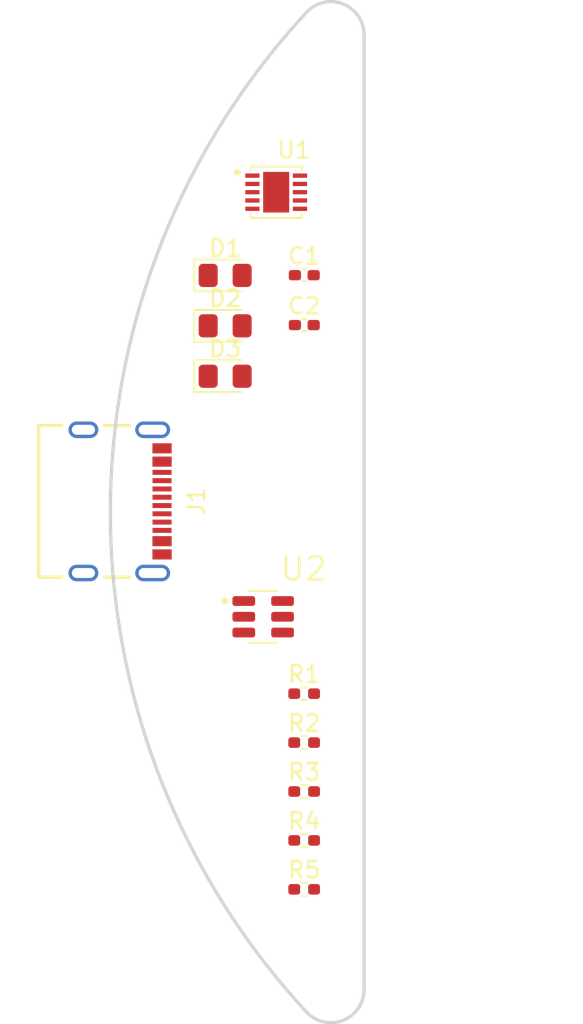
<source format=kicad_pcb>
(kicad_pcb (version 20240108) (generator "pcbnew") (generator_version "8.0")
  (layers (0 "F.Cu" signal) (31 "B.Cu" signal) (34 "B.Paste" user) (35 "F.Paste" user) (36 "B.SilkS" user "B.Silkscreen") (37 "F.SilkS" user "F.Silkscreen") (38 "B.Mask" user) (39 "F.Mask" user) (44 "Edge.Cuts" user))
  (net 0 "")
  (net 1 "+5V")
  (net 2 "GND")
  (net 3 "+BATT")
  (net 4 "Net-(D1-K)")
  (net 5 "Net-(D2-K)")
  (net 6 "Net-(D3-K)")
  (net 15 "Net-(U1-STAT1)")
  (net 16 "Net-(U1-STAT2)")
  (net 17 "Net-(U1-~{PG})")
  (net 18 "Net-(U1-PROG)")
  (net 19 "Net-(U1-THERM)")
  (footprint "LAMP_OUTDOOR_BATTERY:USB-C Connecteur 16p" (layer "F.Cu") (at 129.11 88.9 -90)
    (property "Reference" "J1" (at 0 -6.815 90) (layer "F.SilkS"))
    (property "Value" "629722000214")
    (fp_line (start -4.57 2.7) (end 4.57 2.7) (stroke (width 0.2)) (layer "F.SilkS"))
    (fp_line (start 4.57 2.7) (end 4.57 1.32) (stroke (width 0.2)) (layer "F.SilkS"))
    (fp_line (start -4.57 1.32) (end -4.57 2.7) (stroke (width 0.2)) (layer "F.SilkS"))
    (fp_line (start 4.57 -1.28) (end 4.57 -2.78) (stroke (width 0.2)) (layer "F.SilkS"))
    (fp_line (start -4.57 -2.78) (end -4.57 -1.28) (stroke (width 0.2)) (layer "F.SilkS"))
    (fp_text user "PCB Cutout Area" (at 4.3 0.02 90) (layer "Edge.Cuts") (effects (font (size 0.1 0.1))))
    (fp_text user "PCB Cutout Area" (at -4.3 -4.18 90) (layer "Edge.Cuts") (effects (font (size 0.1 0.1))))
    (fp_text user "PCB Cutout Area" (at -4.3 0.02 90) (layer "Edge.Cuts") (effects (font (size 0.1 0.1))))
    (fp_text user "PCB Cutout Area" (at 4.3 -4.18 90) (layer "Edge.Cuts") (effects (font (size 0.1 0.1))))
    (pad "" np_thru_hole circle (at -2.89 -3.68 270) (size 0.65 0.65) (drill 0.65) (layers "*.Cu" "*.Mask"))
    (pad "" np_thru_hole circle (at 2.89 -3.68 270) (size 0.65 0.65) (drill 0.65) (layers "*.Cu" "*.Mask"))
    (pad "A1" smd custom (at -3.35 -4.745 270) (size 0.3 1.15) (layers "F.Cu") (net 2 "GND") (options (clearance outline) (anchor rect)) (primitives (gr_poly (pts (xy -0.15 -0.575) (xy -0.15 0.575) (xy 0.45 0.575) (xy 0.45 -0.575)) (width 0.01) (fill yes))))
    (pad "A4" smd custom (at -2.55 -4.745 270) (size 0.3 1.15) (layers "F.Cu") (net 1 "+5V") (options (clearance outline) (anchor rect)) (primitives (gr_poly (pts (xy -0.15 -0.575) (xy -0.15 0.575) (xy 0.45 0.575) (xy 0.45 -0.575)) (width 0.01) (fill yes))))
    (pad "A5" smd rect (at -1.25 -4.745 270) (size 0.3 1.15) (layers "F.Cu" "F.Paste" "F.Mask"))
    (pad "A6" smd rect (at -0.25 -4.745 270) (size 0.3 1.15) (layers "F.Cu" "F.Paste" "F.Mask"))
    (pad "A7" smd rect (at 0.25 -4.745 270) (size 0.3 1.15) (layers "F.Cu" "F.Paste" "F.Mask"))
    (pad "A8" smd rect (at 1.25 -4.745 270) (size 0.3 1.15) (layers "F.Cu" "F.Paste" "F.Mask"))
    (pad "A9" smd custom (at 2.55 -4.745 270) (size 0.3 1.15) (layers "F.Cu") (net 1 "+5V") (options (clearance outline) (anchor rect)) (primitives (gr_poly (pts (xy -0.45 -0.575) (xy -0.45 0.575) (xy 0.15 0.575) (xy 0.15 -0.575)) (width 0.01) (fill yes))))
    (pad "A12" smd custom (at 3.35 -4.745 270) (size 0.3 1.15) (layers "F.Cu") (net 2 "GND") (options (clearance outline) (anchor rect)) (primitives (gr_poly (pts (xy -0.45 -0.575) (xy -0.45 0.575) (xy 0.15 0.575) (xy 0.15 -0.575)) (width 0.01) (fill yes))))
    (pad "B1" smd rect (at 3.05 -4.745 270) (size 0.3 1.15) (layers "F.Cu") (net 2 "GND"))
    (pad "B4" smd rect (at 2.25 -4.745 270) (size 0.3 1.15) (layers "F.Cu") (net 1 "+5V"))
    (pad "B5" smd rect (at 1.75 -4.745 270) (size 0.3 1.15) (layers "F.Cu" "F.Paste" "F.Mask"))
    (pad "B6" smd rect (at 0.75 -4.745 270) (size 0.3 1.15) (layers "F.Cu" "F.Paste" "F.Mask"))
    (pad "B7" smd rect (at -0.75 -4.745 270) (size 0.3 1.15) (layers "F.Cu" "F.Paste" "F.Mask"))
    (pad "B8" smd rect (at -1.75 -4.745 270) (size 0.3 1.15) (layers "F.Cu" "F.Paste" "F.Mask"))
    (pad "B9" smd rect (at -2.25 -4.745 270) (size 0.3 1.15) (layers "F.Cu") (net 1 "+5V"))
    (pad "B12" smd rect (at -3.05 -4.745 270) (size 0.3 1.15) (layers "F.Cu") (net 2 "GND"))
    (pad "S1" thru_hole oval (at -4.32 -4.18 270) (size 1 2.1) (drill oval 0.6 1.7) (layers "*.Cu" "*.Mask") (net 2 "GND"))
    (pad "S2" thru_hole oval (at 4.32 -4.18 270) (size 1 2.1) (drill oval 0.6 1.7) (layers "*.Cu" "*.Mask") (net 2 "GND"))
    (pad "S3" thru_hole oval (at -4.32 0 270) (size 1 1.8) (drill oval 0.6 1.4) (layers "*.Cu" "*.Mask") (net 2 "GND"))
    (pad "S4" thru_hole oval (at 4.32 0 270) (size 1 1.8) (drill oval 0.6 1.4) (layers "*.Cu" "*.Mask") (net 2 "GND"))
  )
  (footprint "LAMP_OUTDOOR_BATTERY:MCP73833" (layer "F.Cu") (at 140.7425 70.25)
    (property "Reference" "U1" (at 1.076745 -2.539135 0) (layer "F.SilkS") (effects (font (size 1.00163 1.00163))))
    (property "Value" "MCP73833-FCI_UN")
    (fp_line (start -1.55 -1.55) (end -1.55 -1.345) (stroke (width 0.127)) (layer "F.SilkS"))
    (fp_line (start -1.55 1.55) (end -1.55 1.345) (stroke (width 0.127)) (layer "F.SilkS"))
    (fp_line (start -1.55 1.55) (end 1.55 1.55) (stroke (width 0.127)) (layer "F.SilkS"))
    (fp_line (start 1.55 -1.55) (end -1.55 -1.55) (stroke (width 0.127)) (layer "F.SilkS"))
    (fp_line (start 1.55 -1.55) (end 1.55 -1.345) (stroke (width 0.127)) (layer "F.SilkS"))
    (fp_line (start 1.55 1.55) (end 1.55 1.345) (stroke (width 0.127)) (layer "F.SilkS"))
    (fp_circle (center -2.35 -1.2) (end -2.25 -1.2) (stroke (width 0.2)) (fill none) (layer "F.SilkS"))
    (pad "1" smd rect (at -1.435 -1) (size 0.86 0.26) (layers "F.Cu" "F.Paste" "F.Mask") (net 1 "+5V"))
    (pad "2" smd rect (at -1.435 -0.5) (size 0.86 0.26) (layers "F.Cu" "F.Paste" "F.Mask") (net 1 "+5V"))
    (pad "3" smd rect (at -1.435 0) (size 0.86 0.26) (layers "F.Cu" "F.Paste" "F.Mask") (net 15 "Net-(U1-STAT1)"))
    (pad "4" smd rect (at -1.435 0.5) (size 0.86 0.26) (layers "F.Cu" "F.Paste" "F.Mask") (net 16 "Net-(U1-STAT2)"))
    (pad "5" smd rect (at -1.435 1) (size 0.86 0.26) (layers "F.Cu" "F.Paste" "F.Mask") (net 2 "GND"))
    (pad "6" smd rect (at 1.435 1) (size 0.86 0.26) (layers "F.Cu" "F.Paste" "F.Mask") (net 18 "Net-(U1-PROG)"))
    (pad "7" smd rect (at 1.435 0.5) (size 0.86 0.26) (layers "F.Cu" "F.Paste" "F.Mask") (net 17 "Net-(U1-~{PG})"))
    (pad "8" smd rect (at 1.435 0) (size 0.86 0.26) (layers "F.Cu" "F.Paste" "F.Mask") (net 19 "Net-(U1-THERM)"))
    (pad "9" smd rect (at 1.435 -0.5) (size 0.86 0.26) (layers "F.Cu" "F.Paste" "F.Mask") (net 3 "+BATT"))
    (pad "10" smd rect (at 1.435 -1) (size 0.86 0.26) (layers "F.Cu" "F.Paste" "F.Mask") (net 3 "+BATT"))
    (pad "11" smd rect (at 0 0) (size 1.575 2.45) (layers "F.Cu" "F.Mask"))
  )
  (footprint "Resistor_SMD:R_0402_1005Metric_Pad0.72x0.64mm_HandSolder" (layer "F.Cu") (at 142.43 106.4)
    (property "Reference" "R3" (at 0 -1.17 0) (layer "F.SilkS"))
    (property "Value" "1K")
    (fp_line (start -0.167621 -0.38) (end 0.167621 -0.38) (stroke (width 0.12)) (layer "F.SilkS"))
    (fp_line (start -0.167621 0.38) (end 0.167621 0.38) (stroke (width 0.12)) (layer "F.SilkS"))
    (pad "1" smd roundrect (at -0.5975 0) (size 0.715 0.64) (layers "F.Cu" "F.Paste" "F.Mask") (net 6 "Net-(D3-K)"))
    (pad "2" smd roundrect (at 0.5975 0) (size 0.715 0.64) (layers "F.Cu" "F.Paste" "F.Mask") (net 17 "Net-(U1-~{PG})"))
  )
  (footprint "LED_SMD:LED_0805_2012Metric_Pad1.15x1.40mm_HandSolder" (layer "F.Cu") (at 137.6625 81.35)
    (property "Reference" "D3" (at 0 -1.65 0) (layer "F.SilkS"))
    (property "Value" "LED")
    (fp_line (start -1.86 -0.96) (end -1.86 0.96) (stroke (width 0.12)) (layer "F.SilkS"))
    (fp_line (start -1.86 0.96) (end 1 0.96) (stroke (width 0.12)) (layer "F.SilkS"))
    (fp_line (start 1 -0.96) (end -1.86 -0.96) (stroke (width 0.12)) (layer "F.SilkS"))
    (pad "1" smd roundrect (at -1.025 0) (size 1.15 1.4) (layers "F.Cu" "F.Paste" "F.Mask") (roundrect_rratio 0.217391) (net 6 "Net-(D3-K)"))
    (pad "2" smd roundrect (at 1.025 0) (size 1.15 1.4) (layers "F.Cu" "F.Paste" "F.Mask") (roundrect_rratio 0.217391) (net 1 "+5V"))
  )
  (footprint "Capacitor_SMD:C_0402_1005Metric_Pad0.74x0.62mm_HandSolder" (layer "F.Cu") (at 142.4375 78.265)
    (property "Reference" "C2" (at 0 -1.16 0) (layer "F.SilkS"))
    (property "Value" "1uF")
    (fp_line (start -0.115835 -0.36) (end 0.115835 -0.36) (stroke (width 0.12)) (layer "F.SilkS"))
    (fp_line (start -0.115835 0.36) (end 0.115835 0.36) (stroke (width 0.12)) (layer "F.SilkS"))
    (pad "1" smd roundrect (at -0.5675 0) (size 0.735 0.62) (layers "F.Cu" "F.Paste" "F.Mask") (net 2 "GND"))
    (pad "2" smd roundrect (at 0.5675 0) (size 0.735 0.62) (layers "F.Cu" "F.Paste" "F.Mask") (net 3 "+BATT"))
  )
  (footprint "Resistor_SMD:R_0402_1005Metric_Pad0.72x0.64mm_HandSolder" (layer "F.Cu") (at 142.43 109.35)
    (property "Reference" "R4" (at 0 -1.17 0) (layer "F.SilkS"))
    (property "Value" "1.11K")
    (fp_line (start -0.167621 -0.38) (end 0.167621 -0.38) (stroke (width 0.12)) (layer "F.SilkS"))
    (fp_line (start -0.167621 0.38) (end 0.167621 0.38) (stroke (width 0.12)) (layer "F.SilkS"))
    (pad "1" smd roundrect (at -0.5975 0) (size 0.715 0.64) (layers "F.Cu" "F.Paste" "F.Mask") (net 18 "Net-(U1-PROG)"))
    (pad "2" smd roundrect (at 0.5975 0) (size 0.715 0.64) (layers "F.Cu" "F.Paste" "F.Mask") (net 2 "GND"))
  )
  (footprint "Resistor_SMD:R_0402_1005Metric_Pad0.72x0.64mm_HandSolder" (layer "F.Cu") (at 142.43 103.45)
    (property "Reference" "R2" (at 0 -1.17 0) (layer "F.SilkS"))
    (property "Value" "1K")
    (fp_line (start -0.167621 -0.38) (end 0.167621 -0.38) (stroke (width 0.12)) (layer "F.SilkS"))
    (fp_line (start -0.167621 0.38) (end 0.167621 0.38) (stroke (width 0.12)) (layer "F.SilkS"))
    (pad "1" smd roundrect (at -0.5975 0) (size 0.715 0.64) (layers "F.Cu" "F.Paste" "F.Mask") (net 5 "Net-(D2-K)"))
    (pad "2" smd roundrect (at 0.5975 0) (size 0.715 0.64) (layers "F.Cu" "F.Paste" "F.Mask") (net 16 "Net-(U1-STAT2)"))
  )
  (footprint "LED_SMD:LED_0805_2012Metric_Pad1.15x1.40mm_HandSolder" (layer "F.Cu") (at 137.6625 78.31)
    (property "Reference" "D2" (at 0 -1.65 0) (layer "F.SilkS"))
    (property "Value" "LED")
    (fp_line (start -1.86 -0.96) (end -1.86 0.96) (stroke (width 0.12)) (layer "F.SilkS"))
    (fp_line (start -1.86 0.96) (end 1 0.96) (stroke (width 0.12)) (layer "F.SilkS"))
    (fp_line (start 1 -0.96) (end -1.86 -0.96) (stroke (width 0.12)) (layer "F.SilkS"))
    (pad "1" smd roundrect (at -1.025 0) (size 1.15 1.4) (layers "F.Cu" "F.Paste" "F.Mask") (roundrect_rratio 0.217391) (net 5 "Net-(D2-K)"))
    (pad "2" smd roundrect (at 1.025 0) (size 1.15 1.4) (layers "F.Cu" "F.Paste" "F.Mask") (roundrect_rratio 0.217391) (net 1 "+5V"))
  )
  (footprint "Resistor_SMD:R_0402_1005Metric_Pad0.72x0.64mm_HandSolder" (layer "F.Cu") (at 142.43 112.3)
    (property "Reference" "R5" (at 0 -1.17 0) (layer "F.SilkS"))
    (property "Value" "10K")
    (fp_line (start -0.167621 -0.38) (end 0.167621 -0.38) (stroke (width 0.12)) (layer "F.SilkS"))
    (fp_line (start -0.167621 0.38) (end 0.167621 0.38) (stroke (width 0.12)) (layer "F.SilkS"))
    (pad "1" smd roundrect (at -0.5975 0) (size 0.715 0.64) (layers "F.Cu" "F.Paste" "F.Mask") (net 19 "Net-(U1-THERM)"))
    (pad "2" smd roundrect (at 0.5975 0) (size 0.715 0.64) (layers "F.Cu" "F.Paste" "F.Mask") (net 2 "GND"))
  )
  (footprint "LED_SMD:LED_0805_2012Metric_Pad1.15x1.40mm_HandSolder" (layer "F.Cu") (at 137.6625 75.27)
    (property "Reference" "D1" (at 0 -1.65 0) (layer "F.SilkS"))
    (property "Value" "LED")
    (fp_line (start -1.86 -0.96) (end -1.86 0.96) (stroke (width 0.12)) (layer "F.SilkS"))
    (fp_line (start -1.86 0.96) (end 1 0.96) (stroke (width 0.12)) (layer "F.SilkS"))
    (fp_line (start 1 -0.96) (end -1.86 -0.96) (stroke (width 0.12)) (layer "F.SilkS"))
    (pad "1" smd roundrect (at -1.025 0) (size 1.15 1.4) (layers "F.Cu" "F.Paste" "F.Mask") (roundrect_rratio 0.217391) (net 4 "Net-(D1-K)"))
    (pad "2" smd roundrect (at 1.025 0) (size 1.15 1.4) (layers "F.Cu" "F.Paste" "F.Mask") (roundrect_rratio 0.217391) (net 1 "+5V"))
  )
  (footprint "Capacitor_SMD:C_0402_1005Metric_Pad0.74x0.62mm_HandSolder" (layer "F.Cu") (at 142.4375 75.255)
    (property "Reference" "C1" (at 0 -1.16 0) (layer "F.SilkS"))
    (property "Value" "1uF")
    (fp_line (start -0.115835 -0.36) (end 0.115835 -0.36) (stroke (width 0.12)) (layer "F.SilkS"))
    (fp_line (start -0.115835 0.36) (end 0.115835 0.36) (stroke (width 0.12)) (layer "F.SilkS"))
    (pad "1" smd roundrect (at -0.5675 0) (size 0.735 0.62) (layers "F.Cu" "F.Paste" "F.Mask") (net 2 "GND"))
    (pad "2" smd roundrect (at 0.5675 0) (size 0.735 0.62) (layers "F.Cu" "F.Paste" "F.Mask") (net 1 "+5V"))
  )
  (footprint "LAMP_OUTDOOR_BATTERY:MT3608_SOT95P280X145-6N" (layer "F.Cu") (at 139.9575 95.86)
    (property "Reference" "U2" (at 2.445 -2.889 0) (layer "F.SilkS") (effects (font (size 1.4 1.4))))
    (property "Value" "MT3608")
    (fp_line (start -0.85 -1.565) (end 0.85 -1.565) (stroke (width 0.127)) (layer "F.SilkS"))
    (fp_line (start 0.85 1.565) (end -0.85 1.565) (stroke (width 0.127)) (layer "F.SilkS"))
    (fp_circle (center -2.305 -0.95) (end -2.205 -0.95) (stroke (width 0.2)) (fill none) (layer "F.SilkS"))
    (pad "1" smd roundrect (at -1.17 -0.95) (size 1.37 0.59) (layers "F.Cu" "F.Paste" "F.Mask"))
    (pad "2" smd roundrect (at -1.17 0) (size 1.37 0.59) (layers "F.Cu" "F.Paste" "F.Mask"))
    (pad "3" smd roundrect (at -1.17 0.95) (size 1.37 0.59) (layers "F.Cu" "F.Paste" "F.Mask"))
    (pad "4" smd roundrect (at 1.17 0.95) (size 1.37 0.59) (layers "F.Cu" "F.Paste" "F.Mask"))
    (pad "5" smd roundrect (at 1.17 0) (size 1.37 0.59) (layers "F.Cu" "F.Paste" "F.Mask"))
    (pad "6" smd roundrect (at 1.17 -0.95) (size 1.37 0.59) (layers "F.Cu" "F.Paste" "F.Mask"))
  )
  (footprint "Resistor_SMD:R_0402_1005Metric_Pad0.72x0.64mm_HandSolder" (layer "F.Cu") (at 142.43 100.5)
    (property "Reference" "R1" (at 0 -1.17 0) (layer "F.SilkS"))
    (property "Value" "1K")
    (fp_line (start -0.167621 -0.38) (end 0.167621 -0.38) (stroke (width 0.12)) (layer "F.SilkS"))
    (fp_line (start -0.167621 0.38) (end 0.167621 0.38) (stroke (width 0.12)) (layer "F.SilkS"))
    (pad "1" smd roundrect (at -0.5975 0) (size 0.715 0.64) (layers "F.Cu" "F.Paste" "F.Mask") (net 4 "Net-(D1-K)"))
    (pad "2" smd roundrect (at 0.5975 0) (size 0.715 0.64) (layers "F.Cu" "F.Paste" "F.Mask") (net 15 "Net-(U1-STAT1)"))
  )
  (gr_arc (start 146.045 118.344722) (mid 144.776181 120.206275) (end 142.579625 119.705854) (stroke (width 0.2)) (layer "Edge.Cuts"))
  (gr_arc (start 142.579625 119.705854) (mid 130.735 89.55) (end 142.579625 59.394146) (stroke (width 0.2)) (layer "Edge.Cuts"))
  (gr_line (start 146.045 118.344722) (end 146.045 60.755276) (stroke (width 0.2)) (layer "Edge.Cuts"))
  (gr_arc (start 142.579625 59.394146) (mid 144.77618 58.893725) (end 146.045 60.755276) (stroke (width 0.2)) (layer "Edge.Cuts"))
)
</source>
